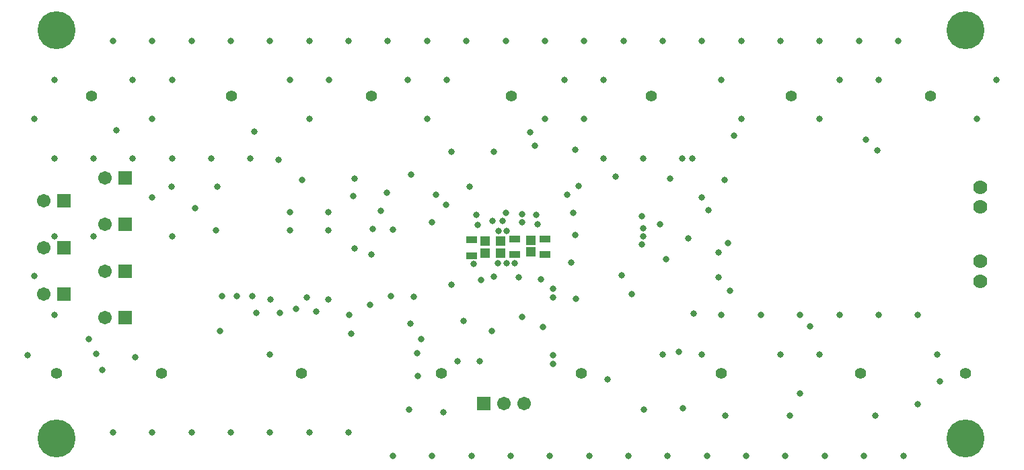
<source format=gbs>
G04*
G04 #@! TF.GenerationSoftware,Altium Limited,Altium Designer,21.2.2 (38)*
G04*
G04 Layer_Color=16711935*
%FSLAX25Y25*%
%MOIN*%
G70*
G04*
G04 #@! TF.SameCoordinates,7E302BD7-B57C-4E89-9E1E-63AC0990036A*
G04*
G04*
G04 #@! TF.FilePolarity,Negative*
G04*
G01*
G75*
%ADD31R,0.05721X0.03753*%
%ADD35R,0.04540X0.04540*%
%ADD45C,0.05524*%
%ADD46R,0.06706X0.06706*%
%ADD47C,0.06706*%
%ADD48C,0.18800*%
%ADD49C,0.07001*%
%ADD50C,0.03162*%
D31*
X235894Y115189D02*
D03*
Y107315D02*
D03*
X257500Y115689D02*
D03*
Y107815D02*
D03*
X272200Y115689D02*
D03*
Y107815D02*
D03*
D35*
X250494Y108595D02*
D03*
Y114500D02*
D03*
X242800Y108500D02*
D03*
Y114406D02*
D03*
X265294Y109095D02*
D03*
Y115000D02*
D03*
D45*
X30400Y48900D02*
D03*
X480794D02*
D03*
X255597Y186695D02*
D03*
X220951Y48900D02*
D03*
X463471Y186695D02*
D03*
X428825Y48900D02*
D03*
X186305Y186695D02*
D03*
X151660Y48900D02*
D03*
X394180Y186695D02*
D03*
X359534Y48900D02*
D03*
X117014Y186695D02*
D03*
X82368Y48900D02*
D03*
X324888Y186695D02*
D03*
X290243Y48900D02*
D03*
X47723Y186695D02*
D03*
D46*
X64500Y76500D02*
D03*
Y146000D02*
D03*
X33894Y111300D02*
D03*
Y134500D02*
D03*
X64500Y123000D02*
D03*
X33952Y88052D02*
D03*
X64500Y99500D02*
D03*
X242000Y34000D02*
D03*
D47*
X54500Y76500D02*
D03*
Y146000D02*
D03*
X23894Y111300D02*
D03*
Y134500D02*
D03*
X54500Y123000D02*
D03*
X23952Y88052D02*
D03*
X54500Y99500D02*
D03*
X262000Y34000D02*
D03*
X252000D02*
D03*
D48*
X30400Y16420D02*
D03*
X480794Y219175D02*
D03*
X480794Y16420D02*
D03*
X30400Y219175D02*
D03*
D49*
X488000Y104500D02*
D03*
Y94657D02*
D03*
Y141342D02*
D03*
Y131500D02*
D03*
D50*
X307500Y146500D02*
D03*
X449850Y8000D02*
D03*
X430400D02*
D03*
X410950D02*
D03*
X391500D02*
D03*
X372050D02*
D03*
X352600D02*
D03*
X333150D02*
D03*
X313700D02*
D03*
X294250D02*
D03*
X274800D02*
D03*
X216450D02*
D03*
X255350D02*
D03*
X235900D02*
D03*
X197000D02*
D03*
X99000Y131000D02*
D03*
X87500Y141500D02*
D03*
X110000D02*
D03*
X165000Y120000D02*
D03*
X146000D02*
D03*
X109500D02*
D03*
X165000Y129000D02*
D03*
X146000D02*
D03*
X222000Y29500D02*
D03*
X209500Y47500D02*
D03*
X205000Y31000D02*
D03*
X303500Y46000D02*
D03*
X321500Y31000D02*
D03*
X87525Y194500D02*
D03*
X408450Y58350D02*
D03*
X398725Y77800D02*
D03*
X369550Y175050D02*
D03*
X155600Y213950D02*
D03*
X330650Y58350D02*
D03*
X340375Y155600D02*
D03*
X204225Y194500D02*
D03*
X486250Y175050D02*
D03*
X379275Y77800D02*
D03*
X48625Y155600D02*
D03*
X19450Y175050D02*
D03*
Y97250D02*
D03*
X437625Y194500D02*
D03*
X175050Y19450D02*
D03*
X155600Y175050D02*
D03*
X311200Y213950D02*
D03*
X194500D02*
D03*
X165325Y194500D02*
D03*
X350100Y58350D02*
D03*
X418175Y77800D02*
D03*
X136150Y58350D02*
D03*
X457075Y77800D02*
D03*
X87525Y155600D02*
D03*
X291750Y175050D02*
D03*
X427900Y213950D02*
D03*
X77800Y136150D02*
D03*
X126425Y155600D02*
D03*
X350100Y136150D02*
D03*
X282025Y194500D02*
D03*
X369550Y213950D02*
D03*
X97250D02*
D03*
X447350D02*
D03*
X408450D02*
D03*
X495975Y194500D02*
D03*
X223675D02*
D03*
X389000Y58350D02*
D03*
X29175Y77800D02*
D03*
X213950Y213950D02*
D03*
X77800D02*
D03*
X398725Y38900D02*
D03*
X29175Y155600D02*
D03*
X97250Y19450D02*
D03*
X116700Y213950D02*
D03*
X320925Y116700D02*
D03*
X408450Y175050D02*
D03*
X58350Y213950D02*
D03*
X77800Y19450D02*
D03*
X155600D02*
D03*
X301475Y194500D02*
D03*
X77800Y175050D02*
D03*
X359825Y77800D02*
D03*
X272300Y213950D02*
D03*
X320925Y155600D02*
D03*
X58350Y19450D02*
D03*
X136150Y213950D02*
D03*
X272300Y175050D02*
D03*
X252850Y213950D02*
D03*
X330650D02*
D03*
X68075Y194500D02*
D03*
Y155600D02*
D03*
X213950Y175050D02*
D03*
X291750Y213950D02*
D03*
X418175Y194500D02*
D03*
X116700Y19450D02*
D03*
X301475Y155600D02*
D03*
X29175Y116700D02*
D03*
X136150Y19450D02*
D03*
X350100Y213950D02*
D03*
X48625Y116700D02*
D03*
X389000Y213950D02*
D03*
X145875Y194500D02*
D03*
X233400Y213950D02*
D03*
X466800Y58350D02*
D03*
X29175Y194500D02*
D03*
X175050Y213950D02*
D03*
X87525Y116700D02*
D03*
X106975Y155600D02*
D03*
X437625Y77800D02*
D03*
X359825Y194500D02*
D03*
X154500Y86500D02*
D03*
X218500Y137500D02*
D03*
X186500Y108000D02*
D03*
X205544Y73694D02*
D03*
X320500Y113000D02*
D03*
X393582Y27732D02*
D03*
X358500Y96500D02*
D03*
X175500Y78000D02*
D03*
X270500Y95500D02*
D03*
X226000Y159000D02*
D03*
X276500Y86600D02*
D03*
X165000Y85500D02*
D03*
X112400Y87100D02*
D03*
X191000Y129500D02*
D03*
X246000Y70000D02*
D03*
X289000Y142000D02*
D03*
X321000Y121000D02*
D03*
X253488Y119505D02*
D03*
X468082Y44732D02*
D03*
X361500Y145000D02*
D03*
X261000Y128000D02*
D03*
X240519Y95095D02*
D03*
X268635Y122985D02*
D03*
X247000Y159000D02*
D03*
X276500Y91003D02*
D03*
X16000Y58000D02*
D03*
X187000Y120500D02*
D03*
X207500Y87000D02*
D03*
X229163Y54862D02*
D03*
X249488Y119505D02*
D03*
X259500Y96500D02*
D03*
X206000Y147500D02*
D03*
X353500Y130000D02*
D03*
X285500Y104000D02*
D03*
X261000Y124000D02*
D03*
X140500Y155000D02*
D03*
X338700Y59400D02*
D03*
X276400Y57900D02*
D03*
X197085Y120242D02*
D03*
X196062Y87186D02*
D03*
X240000Y55000D02*
D03*
X223500Y132500D02*
D03*
X334500Y145500D02*
D03*
X209163Y58862D02*
D03*
X287500Y160000D02*
D03*
X136500Y85500D02*
D03*
X247000Y97000D02*
D03*
X287600Y85800D02*
D03*
X251500Y124630D02*
D03*
X185662Y82986D02*
D03*
X345500Y155500D02*
D03*
X60000Y169500D02*
D03*
X283500Y137500D02*
D03*
X129500Y79000D02*
D03*
X211000Y66000D02*
D03*
X249000Y103500D02*
D03*
X239000Y122500D02*
D03*
X177500Y137000D02*
D03*
X127223Y87077D02*
D03*
X53000Y50500D02*
D03*
X320500Y127000D02*
D03*
X128500Y169000D02*
D03*
X366000Y167000D02*
D03*
X69500Y57000D02*
D03*
X232000Y75000D02*
D03*
X235000Y141500D02*
D03*
X152000Y145000D02*
D03*
X119800Y87100D02*
D03*
X271500Y72000D02*
D03*
X286500Y128500D02*
D03*
X315364Y88061D02*
D03*
X329500Y123000D02*
D03*
X265019Y168596D02*
D03*
X287500Y117500D02*
D03*
X46500Y66000D02*
D03*
X178000Y111000D02*
D03*
X176500Y68500D02*
D03*
X238276Y127637D02*
D03*
X178000Y145500D02*
D03*
X257500Y103500D02*
D03*
X226000Y93000D02*
D03*
X310400Y97500D02*
D03*
X332500Y105500D02*
D03*
X343500Y116000D02*
D03*
X457000Y33500D02*
D03*
X431500Y165000D02*
D03*
X50000Y58500D02*
D03*
X141000Y79000D02*
D03*
X149000Y81000D02*
D03*
X246500Y124500D02*
D03*
X193864Y138561D02*
D03*
X253500Y103500D02*
D03*
X364000Y90000D02*
D03*
X346000Y78500D02*
D03*
X436082Y27732D02*
D03*
X358500Y109000D02*
D03*
X268100Y127500D02*
D03*
X437000Y159500D02*
D03*
X267500Y162000D02*
D03*
X159000Y79500D02*
D03*
X253000Y128500D02*
D03*
X216500Y124000D02*
D03*
X403813Y72196D02*
D03*
X361582Y27732D02*
D03*
X363000Y113500D02*
D03*
X261000Y77000D02*
D03*
X111500Y70000D02*
D03*
X237019Y103095D02*
D03*
X340700Y31400D02*
D03*
X276500Y53400D02*
D03*
M02*

</source>
